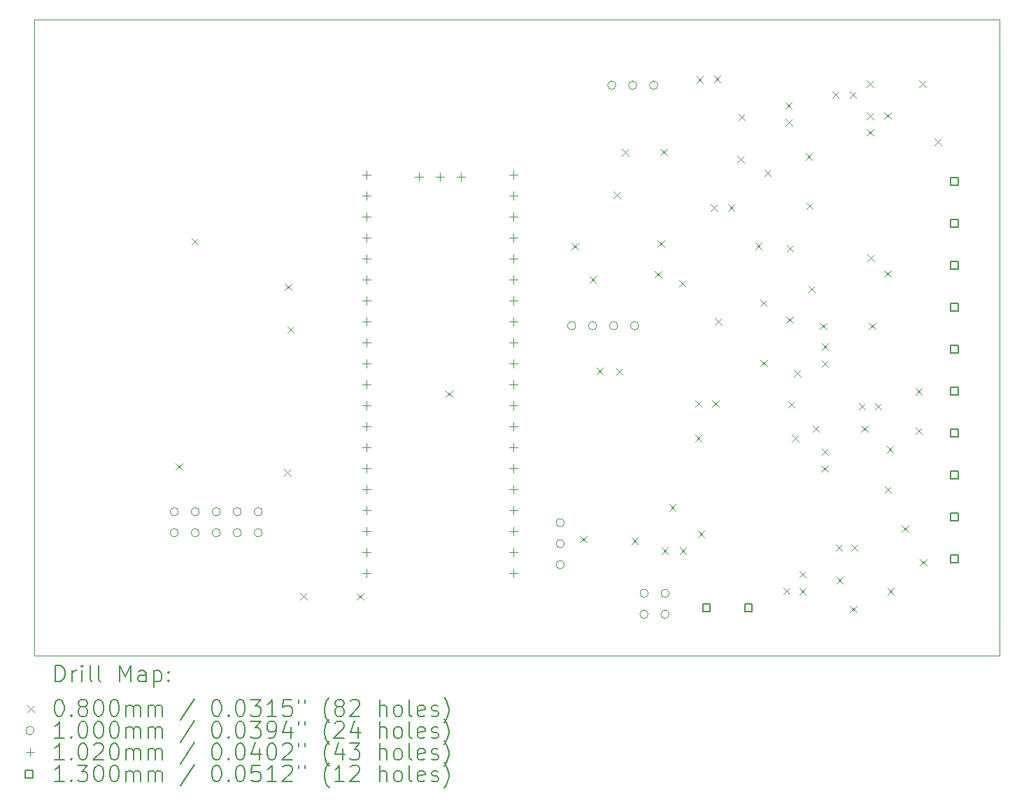
<source format=gbr>
%FSLAX45Y45*%
G04 Gerber Fmt 4.5, Leading zero omitted, Abs format (unit mm)*
G04 Created by KiCad (PCBNEW (6.0.6)) date 2024-03-22 15:25:51*
%MOMM*%
%LPD*%
G01*
G04 APERTURE LIST*
%TA.AperFunction,Profile*%
%ADD10C,0.100000*%
%TD*%
%ADD11C,0.200000*%
%ADD12C,0.080000*%
%ADD13C,0.100000*%
%ADD14C,0.102000*%
%ADD15C,0.130000*%
G04 APERTURE END LIST*
D10*
X17399000Y-3238500D02*
X5717540Y-3238500D01*
X5717540Y-3238500D02*
X5717540Y-10939780D01*
X5717540Y-10939780D02*
X17399000Y-10939780D01*
X17399000Y-10939780D02*
X17399000Y-3238500D01*
D11*
D12*
X7427600Y-8608700D02*
X7507600Y-8688700D01*
X7507600Y-8608700D02*
X7427600Y-8688700D01*
X7615560Y-5885820D02*
X7695560Y-5965820D01*
X7695560Y-5885820D02*
X7615560Y-5965820D01*
X8740780Y-8683960D02*
X8820780Y-8763960D01*
X8820780Y-8683960D02*
X8740780Y-8763960D01*
X8748400Y-6434460D02*
X8828400Y-6514460D01*
X8828400Y-6434460D02*
X8748400Y-6514460D01*
X8778880Y-6952620D02*
X8858880Y-7032620D01*
X8858880Y-6952620D02*
X8778880Y-7032620D01*
X8933820Y-10180960D02*
X9013820Y-10260960D01*
X9013820Y-10180960D02*
X8933820Y-10260960D01*
X9619620Y-10186040D02*
X9699620Y-10266040D01*
X9699620Y-10186040D02*
X9619620Y-10266040D01*
X10696580Y-7729860D02*
X10776580Y-7809860D01*
X10776580Y-7729860D02*
X10696580Y-7809860D01*
X12218040Y-5941700D02*
X12298040Y-6021700D01*
X12298040Y-5941700D02*
X12218040Y-6021700D01*
X12322180Y-9490080D02*
X12402180Y-9570080D01*
X12402180Y-9490080D02*
X12322180Y-9570080D01*
X12433940Y-6345560D02*
X12513940Y-6425560D01*
X12513940Y-6345560D02*
X12433940Y-6425560D01*
X12520300Y-7455540D02*
X12600300Y-7535540D01*
X12600300Y-7455540D02*
X12520300Y-7535540D01*
X12726040Y-5321940D02*
X12806040Y-5401940D01*
X12806040Y-5321940D02*
X12726040Y-5401940D01*
X12759060Y-7460620D02*
X12839060Y-7540620D01*
X12839060Y-7460620D02*
X12759060Y-7540620D01*
X12827640Y-4803780D02*
X12907640Y-4883780D01*
X12907640Y-4803780D02*
X12827640Y-4883780D01*
X12941940Y-9512940D02*
X13021940Y-9592940D01*
X13021940Y-9512940D02*
X12941940Y-9592940D01*
X13226420Y-6282060D02*
X13306420Y-6362060D01*
X13306420Y-6282060D02*
X13226420Y-6362060D01*
X13259440Y-5908680D02*
X13339440Y-5988680D01*
X13339440Y-5908680D02*
X13259440Y-5988680D01*
X13295000Y-4801240D02*
X13375000Y-4881240D01*
X13375000Y-4801240D02*
X13295000Y-4881240D01*
X13305550Y-9632320D02*
X13385550Y-9712320D01*
X13385550Y-9632320D02*
X13305550Y-9712320D01*
X13401680Y-9104000D02*
X13481680Y-9184000D01*
X13481680Y-9104000D02*
X13401680Y-9184000D01*
X13521060Y-6391280D02*
X13601060Y-6471280D01*
X13601060Y-6391280D02*
X13521060Y-6471280D01*
X13528680Y-9632320D02*
X13608680Y-9712320D01*
X13608680Y-9632320D02*
X13528680Y-9712320D01*
X13714100Y-8265800D02*
X13794100Y-8345800D01*
X13794100Y-8265800D02*
X13714100Y-8345800D01*
X13715910Y-7846700D02*
X13795910Y-7926700D01*
X13795910Y-7846700D02*
X13715910Y-7926700D01*
X13732270Y-3922400D02*
X13812270Y-4002400D01*
X13812270Y-3922400D02*
X13732270Y-4002400D01*
X13749660Y-9426580D02*
X13829660Y-9506580D01*
X13829660Y-9426580D02*
X13749660Y-9506580D01*
X13902450Y-5474340D02*
X13982450Y-5554340D01*
X13982450Y-5474340D02*
X13902450Y-5554340D01*
X13922380Y-7846700D02*
X14002380Y-7926700D01*
X14002380Y-7846700D02*
X13922380Y-7926700D01*
X13940160Y-3917320D02*
X14020160Y-3997320D01*
X14020160Y-3917320D02*
X13940160Y-3997320D01*
X13955400Y-6853560D02*
X14035400Y-6933560D01*
X14035400Y-6853560D02*
X13955400Y-6933560D01*
X14110340Y-5471800D02*
X14190340Y-5551800D01*
X14190340Y-5471800D02*
X14110340Y-5551800D01*
X14227180Y-4890140D02*
X14307180Y-4970140D01*
X14307180Y-4890140D02*
X14227180Y-4970140D01*
X14237340Y-4377060D02*
X14317340Y-4457060D01*
X14317340Y-4377060D02*
X14237340Y-4457060D01*
X14440540Y-5939160D02*
X14520540Y-6019160D01*
X14520540Y-5939160D02*
X14440540Y-6019160D01*
X14501500Y-6627500D02*
X14581500Y-6707500D01*
X14581500Y-6627500D02*
X14501500Y-6707500D01*
X14504040Y-7357420D02*
X14584040Y-7437420D01*
X14584040Y-7357420D02*
X14504040Y-7437420D01*
X14549760Y-5052700D02*
X14629760Y-5132700D01*
X14629760Y-5052700D02*
X14549760Y-5132700D01*
X14780900Y-10117460D02*
X14860900Y-10197460D01*
X14860900Y-10117460D02*
X14780900Y-10197460D01*
X14806300Y-4237360D02*
X14886300Y-4317360D01*
X14886300Y-4237360D02*
X14806300Y-4317360D01*
X14808840Y-4440560D02*
X14888840Y-4520560D01*
X14888840Y-4440560D02*
X14808840Y-4520560D01*
X14819000Y-6833240D02*
X14899000Y-6913240D01*
X14899000Y-6833240D02*
X14819000Y-6913240D01*
X14821540Y-5968700D02*
X14901540Y-6048700D01*
X14901540Y-5968700D02*
X14821540Y-6048700D01*
X14839320Y-7856860D02*
X14919320Y-7936860D01*
X14919320Y-7856860D02*
X14839320Y-7936860D01*
X14885040Y-8265800D02*
X14965040Y-8345800D01*
X14965040Y-8265800D02*
X14885040Y-8345800D01*
X14912980Y-7480940D02*
X14992980Y-7560940D01*
X14992980Y-7480940D02*
X14912980Y-7560940D01*
X14973940Y-9914260D02*
X15053940Y-9994260D01*
X15053940Y-9914260D02*
X14973940Y-9994260D01*
X14973940Y-10121760D02*
X15053940Y-10201760D01*
X15053940Y-10121760D02*
X14973940Y-10201760D01*
X15050140Y-4857120D02*
X15130140Y-4937120D01*
X15130140Y-4857120D02*
X15050140Y-4937120D01*
X15060300Y-5454020D02*
X15140300Y-5534020D01*
X15140300Y-5454020D02*
X15060300Y-5534020D01*
X15083940Y-6459860D02*
X15163940Y-6539860D01*
X15163940Y-6459860D02*
X15083940Y-6539860D01*
X15136500Y-8151500D02*
X15216500Y-8231500D01*
X15216500Y-8151500D02*
X15136500Y-8231500D01*
X15226060Y-6910380D02*
X15306060Y-6990380D01*
X15306060Y-6910380D02*
X15226060Y-6990380D01*
X15243180Y-8634100D02*
X15323180Y-8714100D01*
X15323180Y-8634100D02*
X15243180Y-8714100D01*
X15244780Y-7365040D02*
X15324780Y-7445040D01*
X15324780Y-7365040D02*
X15244780Y-7445040D01*
X15245120Y-8432030D02*
X15325120Y-8512030D01*
X15325120Y-8432030D02*
X15245120Y-8512030D01*
X15247320Y-7159690D02*
X15327320Y-7239690D01*
X15327320Y-7159690D02*
X15247320Y-7239690D01*
X15375260Y-4105280D02*
X15455260Y-4185280D01*
X15455260Y-4105280D02*
X15375260Y-4185280D01*
X15415510Y-9591680D02*
X15495510Y-9671680D01*
X15495510Y-9591680D02*
X15415510Y-9671680D01*
X15426060Y-9987920D02*
X15506060Y-10067920D01*
X15506060Y-9987920D02*
X15426060Y-10067920D01*
X15585300Y-4107820D02*
X15665300Y-4187820D01*
X15665300Y-4107820D02*
X15585300Y-4187820D01*
X15588620Y-10335900D02*
X15668620Y-10415900D01*
X15668620Y-10335900D02*
X15588620Y-10415900D01*
X15601320Y-9591680D02*
X15681320Y-9671680D01*
X15681320Y-9591680D02*
X15601320Y-9671680D01*
X15693420Y-7880660D02*
X15773420Y-7960660D01*
X15773420Y-7880660D02*
X15693420Y-7960660D01*
X15726120Y-8151500D02*
X15806120Y-8231500D01*
X15806120Y-8151500D02*
X15726120Y-8231500D01*
X15791820Y-3975740D02*
X15871820Y-4055740D01*
X15871820Y-3975740D02*
X15791820Y-4055740D01*
X15791820Y-4364750D02*
X15871820Y-4444750D01*
X15871820Y-4364750D02*
X15791820Y-4444750D01*
X15791820Y-4564750D02*
X15871820Y-4644750D01*
X15871820Y-4564750D02*
X15791820Y-4644750D01*
X15801980Y-6084880D02*
X15881980Y-6164880D01*
X15881980Y-6084880D02*
X15801980Y-6164880D01*
X15817220Y-6910380D02*
X15897220Y-6990380D01*
X15897220Y-6910380D02*
X15817220Y-6990380D01*
X15889940Y-7880660D02*
X15969940Y-7960660D01*
X15969940Y-7880660D02*
X15889940Y-7960660D01*
X16002640Y-4359280D02*
X16082640Y-4439280D01*
X16082640Y-4359280D02*
X16002640Y-4439280D01*
X16005180Y-6275100D02*
X16085180Y-6355100D01*
X16085180Y-6275100D02*
X16005180Y-6355100D01*
X16010260Y-8888100D02*
X16090260Y-8968100D01*
X16090260Y-8888100D02*
X16010260Y-8968100D01*
X16032520Y-8403700D02*
X16112520Y-8483700D01*
X16112520Y-8403700D02*
X16032520Y-8483700D01*
X16040740Y-10121600D02*
X16120740Y-10201600D01*
X16120740Y-10121600D02*
X16040740Y-10201600D01*
X16216000Y-9363080D02*
X16296000Y-9443080D01*
X16296000Y-9363080D02*
X16216000Y-9443080D01*
X16381100Y-7699380D02*
X16461100Y-7779380D01*
X16461100Y-7699380D02*
X16381100Y-7779380D01*
X16381100Y-8179440D02*
X16461100Y-8259440D01*
X16461100Y-8179440D02*
X16381100Y-8259440D01*
X16426820Y-3975740D02*
X16506820Y-4055740D01*
X16506820Y-3975740D02*
X16426820Y-4055740D01*
X16434440Y-9769480D02*
X16514440Y-9849480D01*
X16514440Y-9769480D02*
X16434440Y-9849480D01*
X16612240Y-4676780D02*
X16692240Y-4756780D01*
X16692240Y-4676780D02*
X16612240Y-4756780D01*
D13*
X7459180Y-9197340D02*
G75*
G03*
X7459180Y-9197340I-50000J0D01*
G01*
X7459180Y-9451340D02*
G75*
G03*
X7459180Y-9451340I-50000J0D01*
G01*
X7713180Y-9197340D02*
G75*
G03*
X7713180Y-9197340I-50000J0D01*
G01*
X7713180Y-9451340D02*
G75*
G03*
X7713180Y-9451340I-50000J0D01*
G01*
X7967180Y-9197340D02*
G75*
G03*
X7967180Y-9197340I-50000J0D01*
G01*
X7967180Y-9451340D02*
G75*
G03*
X7967180Y-9451340I-50000J0D01*
G01*
X8221180Y-9197340D02*
G75*
G03*
X8221180Y-9197340I-50000J0D01*
G01*
X8221180Y-9451340D02*
G75*
G03*
X8221180Y-9451340I-50000J0D01*
G01*
X8475180Y-9197340D02*
G75*
G03*
X8475180Y-9197340I-50000J0D01*
G01*
X8475180Y-9451340D02*
G75*
G03*
X8475180Y-9451340I-50000J0D01*
G01*
X12130240Y-9330920D02*
G75*
G03*
X12130240Y-9330920I-50000J0D01*
G01*
X12130240Y-9584920D02*
G75*
G03*
X12130240Y-9584920I-50000J0D01*
G01*
X12130240Y-9838920D02*
G75*
G03*
X12130240Y-9838920I-50000J0D01*
G01*
X12268400Y-6944360D02*
G75*
G03*
X12268400Y-6944360I-50000J0D01*
G01*
X12522400Y-6944360D02*
G75*
G03*
X12522400Y-6944360I-50000J0D01*
G01*
X12754040Y-4030980D02*
G75*
G03*
X12754040Y-4030980I-50000J0D01*
G01*
X12776400Y-6944360D02*
G75*
G03*
X12776400Y-6944360I-50000J0D01*
G01*
X13008040Y-4030980D02*
G75*
G03*
X13008040Y-4030980I-50000J0D01*
G01*
X13030400Y-6944360D02*
G75*
G03*
X13030400Y-6944360I-50000J0D01*
G01*
X13145740Y-10439400D02*
G75*
G03*
X13145740Y-10439400I-50000J0D01*
G01*
X13146240Y-10185400D02*
G75*
G03*
X13146240Y-10185400I-50000J0D01*
G01*
X13262040Y-4030980D02*
G75*
G03*
X13262040Y-4030980I-50000J0D01*
G01*
X13399740Y-10439400D02*
G75*
G03*
X13399740Y-10439400I-50000J0D01*
G01*
X13400240Y-10185400D02*
G75*
G03*
X13400240Y-10185400I-50000J0D01*
G01*
D14*
X9733280Y-5064560D02*
X9733280Y-5166560D01*
X9682280Y-5115560D02*
X9784280Y-5115560D01*
X9733280Y-5318560D02*
X9733280Y-5420560D01*
X9682280Y-5369560D02*
X9784280Y-5369560D01*
X9733280Y-5572560D02*
X9733280Y-5674560D01*
X9682280Y-5623560D02*
X9784280Y-5623560D01*
X9733280Y-5826560D02*
X9733280Y-5928560D01*
X9682280Y-5877560D02*
X9784280Y-5877560D01*
X9733280Y-6080560D02*
X9733280Y-6182560D01*
X9682280Y-6131560D02*
X9784280Y-6131560D01*
X9733280Y-6334560D02*
X9733280Y-6436560D01*
X9682280Y-6385560D02*
X9784280Y-6385560D01*
X9733280Y-6588560D02*
X9733280Y-6690560D01*
X9682280Y-6639560D02*
X9784280Y-6639560D01*
X9733280Y-6842560D02*
X9733280Y-6944560D01*
X9682280Y-6893560D02*
X9784280Y-6893560D01*
X9733280Y-7096560D02*
X9733280Y-7198560D01*
X9682280Y-7147560D02*
X9784280Y-7147560D01*
X9733280Y-7350560D02*
X9733280Y-7452560D01*
X9682280Y-7401560D02*
X9784280Y-7401560D01*
X9733280Y-7604560D02*
X9733280Y-7706560D01*
X9682280Y-7655560D02*
X9784280Y-7655560D01*
X9733280Y-7858560D02*
X9733280Y-7960560D01*
X9682280Y-7909560D02*
X9784280Y-7909560D01*
X9733280Y-8112560D02*
X9733280Y-8214560D01*
X9682280Y-8163560D02*
X9784280Y-8163560D01*
X9733280Y-8366560D02*
X9733280Y-8468560D01*
X9682280Y-8417560D02*
X9784280Y-8417560D01*
X9733280Y-8620560D02*
X9733280Y-8722560D01*
X9682280Y-8671560D02*
X9784280Y-8671560D01*
X9733280Y-8874560D02*
X9733280Y-8976560D01*
X9682280Y-8925560D02*
X9784280Y-8925560D01*
X9733280Y-9128560D02*
X9733280Y-9230560D01*
X9682280Y-9179560D02*
X9784280Y-9179560D01*
X9733280Y-9382560D02*
X9733280Y-9484560D01*
X9682280Y-9433560D02*
X9784280Y-9433560D01*
X9733280Y-9636560D02*
X9733280Y-9738560D01*
X9682280Y-9687560D02*
X9784280Y-9687560D01*
X9733280Y-9890560D02*
X9733280Y-9992560D01*
X9682280Y-9941560D02*
X9784280Y-9941560D01*
X10368280Y-5087560D02*
X10368280Y-5189560D01*
X10317280Y-5138560D02*
X10419280Y-5138560D01*
X10622280Y-5087560D02*
X10622280Y-5189560D01*
X10571280Y-5138560D02*
X10673280Y-5138560D01*
X10876280Y-5087560D02*
X10876280Y-5189560D01*
X10825280Y-5138560D02*
X10927280Y-5138560D01*
X11511280Y-5064560D02*
X11511280Y-5166560D01*
X11460280Y-5115560D02*
X11562280Y-5115560D01*
X11511280Y-5318560D02*
X11511280Y-5420560D01*
X11460280Y-5369560D02*
X11562280Y-5369560D01*
X11511280Y-5572560D02*
X11511280Y-5674560D01*
X11460280Y-5623560D02*
X11562280Y-5623560D01*
X11511280Y-5826560D02*
X11511280Y-5928560D01*
X11460280Y-5877560D02*
X11562280Y-5877560D01*
X11511280Y-6080560D02*
X11511280Y-6182560D01*
X11460280Y-6131560D02*
X11562280Y-6131560D01*
X11511280Y-6334560D02*
X11511280Y-6436560D01*
X11460280Y-6385560D02*
X11562280Y-6385560D01*
X11511280Y-6588560D02*
X11511280Y-6690560D01*
X11460280Y-6639560D02*
X11562280Y-6639560D01*
X11511280Y-6842560D02*
X11511280Y-6944560D01*
X11460280Y-6893560D02*
X11562280Y-6893560D01*
X11511280Y-7096560D02*
X11511280Y-7198560D01*
X11460280Y-7147560D02*
X11562280Y-7147560D01*
X11511280Y-7350560D02*
X11511280Y-7452560D01*
X11460280Y-7401560D02*
X11562280Y-7401560D01*
X11511280Y-7604560D02*
X11511280Y-7706560D01*
X11460280Y-7655560D02*
X11562280Y-7655560D01*
X11511280Y-7858560D02*
X11511280Y-7960560D01*
X11460280Y-7909560D02*
X11562280Y-7909560D01*
X11511280Y-8112560D02*
X11511280Y-8214560D01*
X11460280Y-8163560D02*
X11562280Y-8163560D01*
X11511280Y-8366560D02*
X11511280Y-8468560D01*
X11460280Y-8417560D02*
X11562280Y-8417560D01*
X11511280Y-8620560D02*
X11511280Y-8722560D01*
X11460280Y-8671560D02*
X11562280Y-8671560D01*
X11511280Y-8874560D02*
X11511280Y-8976560D01*
X11460280Y-8925560D02*
X11562280Y-8925560D01*
X11511280Y-9128560D02*
X11511280Y-9230560D01*
X11460280Y-9179560D02*
X11562280Y-9179560D01*
X11511280Y-9382560D02*
X11511280Y-9484560D01*
X11460280Y-9433560D02*
X11562280Y-9433560D01*
X11511280Y-9636560D02*
X11511280Y-9738560D01*
X11460280Y-9687560D02*
X11562280Y-9687560D01*
X11511280Y-9890560D02*
X11511280Y-9992560D01*
X11460280Y-9941560D02*
X11562280Y-9941560D01*
D15*
X13896762Y-10408862D02*
X13896762Y-10316938D01*
X13804838Y-10316938D01*
X13804838Y-10408862D01*
X13896762Y-10408862D01*
X14404762Y-10408862D02*
X14404762Y-10316938D01*
X14312838Y-10316938D01*
X14312838Y-10408862D01*
X14404762Y-10408862D01*
X16898962Y-5241962D02*
X16898962Y-5150038D01*
X16807038Y-5150038D01*
X16807038Y-5241962D01*
X16898962Y-5241962D01*
X16898962Y-5749962D02*
X16898962Y-5658038D01*
X16807038Y-5658038D01*
X16807038Y-5749962D01*
X16898962Y-5749962D01*
X16898962Y-6257962D02*
X16898962Y-6166038D01*
X16807038Y-6166038D01*
X16807038Y-6257962D01*
X16898962Y-6257962D01*
X16898962Y-6765962D02*
X16898962Y-6674038D01*
X16807038Y-6674038D01*
X16807038Y-6765962D01*
X16898962Y-6765962D01*
X16898962Y-7273962D02*
X16898962Y-7182038D01*
X16807038Y-7182038D01*
X16807038Y-7273962D01*
X16898962Y-7273962D01*
X16898962Y-7781962D02*
X16898962Y-7690038D01*
X16807038Y-7690038D01*
X16807038Y-7781962D01*
X16898962Y-7781962D01*
X16898962Y-8289962D02*
X16898962Y-8198038D01*
X16807038Y-8198038D01*
X16807038Y-8289962D01*
X16898962Y-8289962D01*
X16898962Y-8797962D02*
X16898962Y-8706038D01*
X16807038Y-8706038D01*
X16807038Y-8797962D01*
X16898962Y-8797962D01*
X16898962Y-9305962D02*
X16898962Y-9214038D01*
X16807038Y-9214038D01*
X16807038Y-9305962D01*
X16898962Y-9305962D01*
X16898962Y-9813962D02*
X16898962Y-9722038D01*
X16807038Y-9722038D01*
X16807038Y-9813962D01*
X16898962Y-9813962D01*
D11*
X5970159Y-11255256D02*
X5970159Y-11055256D01*
X6017778Y-11055256D01*
X6046349Y-11064780D01*
X6065397Y-11083828D01*
X6074921Y-11102875D01*
X6084445Y-11140970D01*
X6084445Y-11169542D01*
X6074921Y-11207637D01*
X6065397Y-11226685D01*
X6046349Y-11245732D01*
X6017778Y-11255256D01*
X5970159Y-11255256D01*
X6170159Y-11255256D02*
X6170159Y-11121923D01*
X6170159Y-11160018D02*
X6179683Y-11140970D01*
X6189207Y-11131447D01*
X6208254Y-11121923D01*
X6227302Y-11121923D01*
X6293968Y-11255256D02*
X6293968Y-11121923D01*
X6293968Y-11055256D02*
X6284445Y-11064780D01*
X6293968Y-11074304D01*
X6303492Y-11064780D01*
X6293968Y-11055256D01*
X6293968Y-11074304D01*
X6417778Y-11255256D02*
X6398730Y-11245732D01*
X6389207Y-11226685D01*
X6389207Y-11055256D01*
X6522540Y-11255256D02*
X6503492Y-11245732D01*
X6493968Y-11226685D01*
X6493968Y-11055256D01*
X6751111Y-11255256D02*
X6751111Y-11055256D01*
X6817778Y-11198113D01*
X6884445Y-11055256D01*
X6884445Y-11255256D01*
X7065397Y-11255256D02*
X7065397Y-11150494D01*
X7055873Y-11131447D01*
X7036826Y-11121923D01*
X6998730Y-11121923D01*
X6979683Y-11131447D01*
X7065397Y-11245732D02*
X7046349Y-11255256D01*
X6998730Y-11255256D01*
X6979683Y-11245732D01*
X6970159Y-11226685D01*
X6970159Y-11207637D01*
X6979683Y-11188589D01*
X6998730Y-11179066D01*
X7046349Y-11179066D01*
X7065397Y-11169542D01*
X7160635Y-11121923D02*
X7160635Y-11321923D01*
X7160635Y-11131447D02*
X7179683Y-11121923D01*
X7217778Y-11121923D01*
X7236826Y-11131447D01*
X7246349Y-11140970D01*
X7255873Y-11160018D01*
X7255873Y-11217161D01*
X7246349Y-11236208D01*
X7236826Y-11245732D01*
X7217778Y-11255256D01*
X7179683Y-11255256D01*
X7160635Y-11245732D01*
X7341588Y-11236208D02*
X7351111Y-11245732D01*
X7341588Y-11255256D01*
X7332064Y-11245732D01*
X7341588Y-11236208D01*
X7341588Y-11255256D01*
X7341588Y-11131447D02*
X7351111Y-11140970D01*
X7341588Y-11150494D01*
X7332064Y-11140970D01*
X7341588Y-11131447D01*
X7341588Y-11150494D01*
D12*
X5632540Y-11544780D02*
X5712540Y-11624780D01*
X5712540Y-11544780D02*
X5632540Y-11624780D01*
D11*
X6008254Y-11475256D02*
X6027302Y-11475256D01*
X6046349Y-11484780D01*
X6055873Y-11494304D01*
X6065397Y-11513351D01*
X6074921Y-11551447D01*
X6074921Y-11599066D01*
X6065397Y-11637161D01*
X6055873Y-11656208D01*
X6046349Y-11665732D01*
X6027302Y-11675256D01*
X6008254Y-11675256D01*
X5989207Y-11665732D01*
X5979683Y-11656208D01*
X5970159Y-11637161D01*
X5960635Y-11599066D01*
X5960635Y-11551447D01*
X5970159Y-11513351D01*
X5979683Y-11494304D01*
X5989207Y-11484780D01*
X6008254Y-11475256D01*
X6160635Y-11656208D02*
X6170159Y-11665732D01*
X6160635Y-11675256D01*
X6151111Y-11665732D01*
X6160635Y-11656208D01*
X6160635Y-11675256D01*
X6284445Y-11560970D02*
X6265397Y-11551447D01*
X6255873Y-11541923D01*
X6246349Y-11522875D01*
X6246349Y-11513351D01*
X6255873Y-11494304D01*
X6265397Y-11484780D01*
X6284445Y-11475256D01*
X6322540Y-11475256D01*
X6341588Y-11484780D01*
X6351111Y-11494304D01*
X6360635Y-11513351D01*
X6360635Y-11522875D01*
X6351111Y-11541923D01*
X6341588Y-11551447D01*
X6322540Y-11560970D01*
X6284445Y-11560970D01*
X6265397Y-11570494D01*
X6255873Y-11580018D01*
X6246349Y-11599066D01*
X6246349Y-11637161D01*
X6255873Y-11656208D01*
X6265397Y-11665732D01*
X6284445Y-11675256D01*
X6322540Y-11675256D01*
X6341588Y-11665732D01*
X6351111Y-11656208D01*
X6360635Y-11637161D01*
X6360635Y-11599066D01*
X6351111Y-11580018D01*
X6341588Y-11570494D01*
X6322540Y-11560970D01*
X6484445Y-11475256D02*
X6503492Y-11475256D01*
X6522540Y-11484780D01*
X6532064Y-11494304D01*
X6541588Y-11513351D01*
X6551111Y-11551447D01*
X6551111Y-11599066D01*
X6541588Y-11637161D01*
X6532064Y-11656208D01*
X6522540Y-11665732D01*
X6503492Y-11675256D01*
X6484445Y-11675256D01*
X6465397Y-11665732D01*
X6455873Y-11656208D01*
X6446349Y-11637161D01*
X6436826Y-11599066D01*
X6436826Y-11551447D01*
X6446349Y-11513351D01*
X6455873Y-11494304D01*
X6465397Y-11484780D01*
X6484445Y-11475256D01*
X6674921Y-11475256D02*
X6693968Y-11475256D01*
X6713016Y-11484780D01*
X6722540Y-11494304D01*
X6732064Y-11513351D01*
X6741588Y-11551447D01*
X6741588Y-11599066D01*
X6732064Y-11637161D01*
X6722540Y-11656208D01*
X6713016Y-11665732D01*
X6693968Y-11675256D01*
X6674921Y-11675256D01*
X6655873Y-11665732D01*
X6646349Y-11656208D01*
X6636826Y-11637161D01*
X6627302Y-11599066D01*
X6627302Y-11551447D01*
X6636826Y-11513351D01*
X6646349Y-11494304D01*
X6655873Y-11484780D01*
X6674921Y-11475256D01*
X6827302Y-11675256D02*
X6827302Y-11541923D01*
X6827302Y-11560970D02*
X6836826Y-11551447D01*
X6855873Y-11541923D01*
X6884445Y-11541923D01*
X6903492Y-11551447D01*
X6913016Y-11570494D01*
X6913016Y-11675256D01*
X6913016Y-11570494D02*
X6922540Y-11551447D01*
X6941588Y-11541923D01*
X6970159Y-11541923D01*
X6989207Y-11551447D01*
X6998730Y-11570494D01*
X6998730Y-11675256D01*
X7093968Y-11675256D02*
X7093968Y-11541923D01*
X7093968Y-11560970D02*
X7103492Y-11551447D01*
X7122540Y-11541923D01*
X7151111Y-11541923D01*
X7170159Y-11551447D01*
X7179683Y-11570494D01*
X7179683Y-11675256D01*
X7179683Y-11570494D02*
X7189207Y-11551447D01*
X7208254Y-11541923D01*
X7236826Y-11541923D01*
X7255873Y-11551447D01*
X7265397Y-11570494D01*
X7265397Y-11675256D01*
X7655873Y-11465732D02*
X7484445Y-11722875D01*
X7913016Y-11475256D02*
X7932064Y-11475256D01*
X7951111Y-11484780D01*
X7960635Y-11494304D01*
X7970159Y-11513351D01*
X7979683Y-11551447D01*
X7979683Y-11599066D01*
X7970159Y-11637161D01*
X7960635Y-11656208D01*
X7951111Y-11665732D01*
X7932064Y-11675256D01*
X7913016Y-11675256D01*
X7893968Y-11665732D01*
X7884445Y-11656208D01*
X7874921Y-11637161D01*
X7865397Y-11599066D01*
X7865397Y-11551447D01*
X7874921Y-11513351D01*
X7884445Y-11494304D01*
X7893968Y-11484780D01*
X7913016Y-11475256D01*
X8065397Y-11656208D02*
X8074921Y-11665732D01*
X8065397Y-11675256D01*
X8055873Y-11665732D01*
X8065397Y-11656208D01*
X8065397Y-11675256D01*
X8198730Y-11475256D02*
X8217778Y-11475256D01*
X8236826Y-11484780D01*
X8246349Y-11494304D01*
X8255873Y-11513351D01*
X8265397Y-11551447D01*
X8265397Y-11599066D01*
X8255873Y-11637161D01*
X8246349Y-11656208D01*
X8236826Y-11665732D01*
X8217778Y-11675256D01*
X8198730Y-11675256D01*
X8179683Y-11665732D01*
X8170159Y-11656208D01*
X8160635Y-11637161D01*
X8151111Y-11599066D01*
X8151111Y-11551447D01*
X8160635Y-11513351D01*
X8170159Y-11494304D01*
X8179683Y-11484780D01*
X8198730Y-11475256D01*
X8332064Y-11475256D02*
X8455873Y-11475256D01*
X8389207Y-11551447D01*
X8417778Y-11551447D01*
X8436826Y-11560970D01*
X8446350Y-11570494D01*
X8455873Y-11589542D01*
X8455873Y-11637161D01*
X8446350Y-11656208D01*
X8436826Y-11665732D01*
X8417778Y-11675256D01*
X8360635Y-11675256D01*
X8341588Y-11665732D01*
X8332064Y-11656208D01*
X8646350Y-11675256D02*
X8532064Y-11675256D01*
X8589207Y-11675256D02*
X8589207Y-11475256D01*
X8570159Y-11503828D01*
X8551111Y-11522875D01*
X8532064Y-11532399D01*
X8827302Y-11475256D02*
X8732064Y-11475256D01*
X8722540Y-11570494D01*
X8732064Y-11560970D01*
X8751111Y-11551447D01*
X8798730Y-11551447D01*
X8817778Y-11560970D01*
X8827302Y-11570494D01*
X8836826Y-11589542D01*
X8836826Y-11637161D01*
X8827302Y-11656208D01*
X8817778Y-11665732D01*
X8798730Y-11675256D01*
X8751111Y-11675256D01*
X8732064Y-11665732D01*
X8722540Y-11656208D01*
X8913016Y-11475256D02*
X8913016Y-11513351D01*
X8989207Y-11475256D02*
X8989207Y-11513351D01*
X9284445Y-11751447D02*
X9274921Y-11741923D01*
X9255873Y-11713351D01*
X9246350Y-11694304D01*
X9236826Y-11665732D01*
X9227302Y-11618113D01*
X9227302Y-11580018D01*
X9236826Y-11532399D01*
X9246350Y-11503828D01*
X9255873Y-11484780D01*
X9274921Y-11456208D01*
X9284445Y-11446685D01*
X9389207Y-11560970D02*
X9370159Y-11551447D01*
X9360635Y-11541923D01*
X9351111Y-11522875D01*
X9351111Y-11513351D01*
X9360635Y-11494304D01*
X9370159Y-11484780D01*
X9389207Y-11475256D01*
X9427302Y-11475256D01*
X9446350Y-11484780D01*
X9455873Y-11494304D01*
X9465397Y-11513351D01*
X9465397Y-11522875D01*
X9455873Y-11541923D01*
X9446350Y-11551447D01*
X9427302Y-11560970D01*
X9389207Y-11560970D01*
X9370159Y-11570494D01*
X9360635Y-11580018D01*
X9351111Y-11599066D01*
X9351111Y-11637161D01*
X9360635Y-11656208D01*
X9370159Y-11665732D01*
X9389207Y-11675256D01*
X9427302Y-11675256D01*
X9446350Y-11665732D01*
X9455873Y-11656208D01*
X9465397Y-11637161D01*
X9465397Y-11599066D01*
X9455873Y-11580018D01*
X9446350Y-11570494D01*
X9427302Y-11560970D01*
X9541588Y-11494304D02*
X9551111Y-11484780D01*
X9570159Y-11475256D01*
X9617778Y-11475256D01*
X9636826Y-11484780D01*
X9646350Y-11494304D01*
X9655873Y-11513351D01*
X9655873Y-11532399D01*
X9646350Y-11560970D01*
X9532064Y-11675256D01*
X9655873Y-11675256D01*
X9893969Y-11675256D02*
X9893969Y-11475256D01*
X9979683Y-11675256D02*
X9979683Y-11570494D01*
X9970159Y-11551447D01*
X9951111Y-11541923D01*
X9922540Y-11541923D01*
X9903492Y-11551447D01*
X9893969Y-11560970D01*
X10103492Y-11675256D02*
X10084445Y-11665732D01*
X10074921Y-11656208D01*
X10065397Y-11637161D01*
X10065397Y-11580018D01*
X10074921Y-11560970D01*
X10084445Y-11551447D01*
X10103492Y-11541923D01*
X10132064Y-11541923D01*
X10151111Y-11551447D01*
X10160635Y-11560970D01*
X10170159Y-11580018D01*
X10170159Y-11637161D01*
X10160635Y-11656208D01*
X10151111Y-11665732D01*
X10132064Y-11675256D01*
X10103492Y-11675256D01*
X10284445Y-11675256D02*
X10265397Y-11665732D01*
X10255873Y-11646685D01*
X10255873Y-11475256D01*
X10436826Y-11665732D02*
X10417778Y-11675256D01*
X10379683Y-11675256D01*
X10360635Y-11665732D01*
X10351111Y-11646685D01*
X10351111Y-11570494D01*
X10360635Y-11551447D01*
X10379683Y-11541923D01*
X10417778Y-11541923D01*
X10436826Y-11551447D01*
X10446350Y-11570494D01*
X10446350Y-11589542D01*
X10351111Y-11608589D01*
X10522540Y-11665732D02*
X10541588Y-11675256D01*
X10579683Y-11675256D01*
X10598730Y-11665732D01*
X10608254Y-11646685D01*
X10608254Y-11637161D01*
X10598730Y-11618113D01*
X10579683Y-11608589D01*
X10551111Y-11608589D01*
X10532064Y-11599066D01*
X10522540Y-11580018D01*
X10522540Y-11570494D01*
X10532064Y-11551447D01*
X10551111Y-11541923D01*
X10579683Y-11541923D01*
X10598730Y-11551447D01*
X10674921Y-11751447D02*
X10684445Y-11741923D01*
X10703492Y-11713351D01*
X10713016Y-11694304D01*
X10722540Y-11665732D01*
X10732064Y-11618113D01*
X10732064Y-11580018D01*
X10722540Y-11532399D01*
X10713016Y-11503828D01*
X10703492Y-11484780D01*
X10684445Y-11456208D01*
X10674921Y-11446685D01*
D13*
X5712540Y-11848780D02*
G75*
G03*
X5712540Y-11848780I-50000J0D01*
G01*
D11*
X6074921Y-11939256D02*
X5960635Y-11939256D01*
X6017778Y-11939256D02*
X6017778Y-11739256D01*
X5998730Y-11767828D01*
X5979683Y-11786875D01*
X5960635Y-11796399D01*
X6160635Y-11920208D02*
X6170159Y-11929732D01*
X6160635Y-11939256D01*
X6151111Y-11929732D01*
X6160635Y-11920208D01*
X6160635Y-11939256D01*
X6293968Y-11739256D02*
X6313016Y-11739256D01*
X6332064Y-11748780D01*
X6341588Y-11758304D01*
X6351111Y-11777351D01*
X6360635Y-11815447D01*
X6360635Y-11863066D01*
X6351111Y-11901161D01*
X6341588Y-11920208D01*
X6332064Y-11929732D01*
X6313016Y-11939256D01*
X6293968Y-11939256D01*
X6274921Y-11929732D01*
X6265397Y-11920208D01*
X6255873Y-11901161D01*
X6246349Y-11863066D01*
X6246349Y-11815447D01*
X6255873Y-11777351D01*
X6265397Y-11758304D01*
X6274921Y-11748780D01*
X6293968Y-11739256D01*
X6484445Y-11739256D02*
X6503492Y-11739256D01*
X6522540Y-11748780D01*
X6532064Y-11758304D01*
X6541588Y-11777351D01*
X6551111Y-11815447D01*
X6551111Y-11863066D01*
X6541588Y-11901161D01*
X6532064Y-11920208D01*
X6522540Y-11929732D01*
X6503492Y-11939256D01*
X6484445Y-11939256D01*
X6465397Y-11929732D01*
X6455873Y-11920208D01*
X6446349Y-11901161D01*
X6436826Y-11863066D01*
X6436826Y-11815447D01*
X6446349Y-11777351D01*
X6455873Y-11758304D01*
X6465397Y-11748780D01*
X6484445Y-11739256D01*
X6674921Y-11739256D02*
X6693968Y-11739256D01*
X6713016Y-11748780D01*
X6722540Y-11758304D01*
X6732064Y-11777351D01*
X6741588Y-11815447D01*
X6741588Y-11863066D01*
X6732064Y-11901161D01*
X6722540Y-11920208D01*
X6713016Y-11929732D01*
X6693968Y-11939256D01*
X6674921Y-11939256D01*
X6655873Y-11929732D01*
X6646349Y-11920208D01*
X6636826Y-11901161D01*
X6627302Y-11863066D01*
X6627302Y-11815447D01*
X6636826Y-11777351D01*
X6646349Y-11758304D01*
X6655873Y-11748780D01*
X6674921Y-11739256D01*
X6827302Y-11939256D02*
X6827302Y-11805923D01*
X6827302Y-11824970D02*
X6836826Y-11815447D01*
X6855873Y-11805923D01*
X6884445Y-11805923D01*
X6903492Y-11815447D01*
X6913016Y-11834494D01*
X6913016Y-11939256D01*
X6913016Y-11834494D02*
X6922540Y-11815447D01*
X6941588Y-11805923D01*
X6970159Y-11805923D01*
X6989207Y-11815447D01*
X6998730Y-11834494D01*
X6998730Y-11939256D01*
X7093968Y-11939256D02*
X7093968Y-11805923D01*
X7093968Y-11824970D02*
X7103492Y-11815447D01*
X7122540Y-11805923D01*
X7151111Y-11805923D01*
X7170159Y-11815447D01*
X7179683Y-11834494D01*
X7179683Y-11939256D01*
X7179683Y-11834494D02*
X7189207Y-11815447D01*
X7208254Y-11805923D01*
X7236826Y-11805923D01*
X7255873Y-11815447D01*
X7265397Y-11834494D01*
X7265397Y-11939256D01*
X7655873Y-11729732D02*
X7484445Y-11986875D01*
X7913016Y-11739256D02*
X7932064Y-11739256D01*
X7951111Y-11748780D01*
X7960635Y-11758304D01*
X7970159Y-11777351D01*
X7979683Y-11815447D01*
X7979683Y-11863066D01*
X7970159Y-11901161D01*
X7960635Y-11920208D01*
X7951111Y-11929732D01*
X7932064Y-11939256D01*
X7913016Y-11939256D01*
X7893968Y-11929732D01*
X7884445Y-11920208D01*
X7874921Y-11901161D01*
X7865397Y-11863066D01*
X7865397Y-11815447D01*
X7874921Y-11777351D01*
X7884445Y-11758304D01*
X7893968Y-11748780D01*
X7913016Y-11739256D01*
X8065397Y-11920208D02*
X8074921Y-11929732D01*
X8065397Y-11939256D01*
X8055873Y-11929732D01*
X8065397Y-11920208D01*
X8065397Y-11939256D01*
X8198730Y-11739256D02*
X8217778Y-11739256D01*
X8236826Y-11748780D01*
X8246349Y-11758304D01*
X8255873Y-11777351D01*
X8265397Y-11815447D01*
X8265397Y-11863066D01*
X8255873Y-11901161D01*
X8246349Y-11920208D01*
X8236826Y-11929732D01*
X8217778Y-11939256D01*
X8198730Y-11939256D01*
X8179683Y-11929732D01*
X8170159Y-11920208D01*
X8160635Y-11901161D01*
X8151111Y-11863066D01*
X8151111Y-11815447D01*
X8160635Y-11777351D01*
X8170159Y-11758304D01*
X8179683Y-11748780D01*
X8198730Y-11739256D01*
X8332064Y-11739256D02*
X8455873Y-11739256D01*
X8389207Y-11815447D01*
X8417778Y-11815447D01*
X8436826Y-11824970D01*
X8446350Y-11834494D01*
X8455873Y-11853542D01*
X8455873Y-11901161D01*
X8446350Y-11920208D01*
X8436826Y-11929732D01*
X8417778Y-11939256D01*
X8360635Y-11939256D01*
X8341588Y-11929732D01*
X8332064Y-11920208D01*
X8551111Y-11939256D02*
X8589207Y-11939256D01*
X8608254Y-11929732D01*
X8617778Y-11920208D01*
X8636826Y-11891637D01*
X8646350Y-11853542D01*
X8646350Y-11777351D01*
X8636826Y-11758304D01*
X8627302Y-11748780D01*
X8608254Y-11739256D01*
X8570159Y-11739256D01*
X8551111Y-11748780D01*
X8541588Y-11758304D01*
X8532064Y-11777351D01*
X8532064Y-11824970D01*
X8541588Y-11844018D01*
X8551111Y-11853542D01*
X8570159Y-11863066D01*
X8608254Y-11863066D01*
X8627302Y-11853542D01*
X8636826Y-11844018D01*
X8646350Y-11824970D01*
X8817778Y-11805923D02*
X8817778Y-11939256D01*
X8770159Y-11729732D02*
X8722540Y-11872589D01*
X8846350Y-11872589D01*
X8913016Y-11739256D02*
X8913016Y-11777351D01*
X8989207Y-11739256D02*
X8989207Y-11777351D01*
X9284445Y-12015447D02*
X9274921Y-12005923D01*
X9255873Y-11977351D01*
X9246350Y-11958304D01*
X9236826Y-11929732D01*
X9227302Y-11882113D01*
X9227302Y-11844018D01*
X9236826Y-11796399D01*
X9246350Y-11767828D01*
X9255873Y-11748780D01*
X9274921Y-11720208D01*
X9284445Y-11710685D01*
X9351111Y-11758304D02*
X9360635Y-11748780D01*
X9379683Y-11739256D01*
X9427302Y-11739256D01*
X9446350Y-11748780D01*
X9455873Y-11758304D01*
X9465397Y-11777351D01*
X9465397Y-11796399D01*
X9455873Y-11824970D01*
X9341588Y-11939256D01*
X9465397Y-11939256D01*
X9636826Y-11805923D02*
X9636826Y-11939256D01*
X9589207Y-11729732D02*
X9541588Y-11872589D01*
X9665397Y-11872589D01*
X9893969Y-11939256D02*
X9893969Y-11739256D01*
X9979683Y-11939256D02*
X9979683Y-11834494D01*
X9970159Y-11815447D01*
X9951111Y-11805923D01*
X9922540Y-11805923D01*
X9903492Y-11815447D01*
X9893969Y-11824970D01*
X10103492Y-11939256D02*
X10084445Y-11929732D01*
X10074921Y-11920208D01*
X10065397Y-11901161D01*
X10065397Y-11844018D01*
X10074921Y-11824970D01*
X10084445Y-11815447D01*
X10103492Y-11805923D01*
X10132064Y-11805923D01*
X10151111Y-11815447D01*
X10160635Y-11824970D01*
X10170159Y-11844018D01*
X10170159Y-11901161D01*
X10160635Y-11920208D01*
X10151111Y-11929732D01*
X10132064Y-11939256D01*
X10103492Y-11939256D01*
X10284445Y-11939256D02*
X10265397Y-11929732D01*
X10255873Y-11910685D01*
X10255873Y-11739256D01*
X10436826Y-11929732D02*
X10417778Y-11939256D01*
X10379683Y-11939256D01*
X10360635Y-11929732D01*
X10351111Y-11910685D01*
X10351111Y-11834494D01*
X10360635Y-11815447D01*
X10379683Y-11805923D01*
X10417778Y-11805923D01*
X10436826Y-11815447D01*
X10446350Y-11834494D01*
X10446350Y-11853542D01*
X10351111Y-11872589D01*
X10522540Y-11929732D02*
X10541588Y-11939256D01*
X10579683Y-11939256D01*
X10598730Y-11929732D01*
X10608254Y-11910685D01*
X10608254Y-11901161D01*
X10598730Y-11882113D01*
X10579683Y-11872589D01*
X10551111Y-11872589D01*
X10532064Y-11863066D01*
X10522540Y-11844018D01*
X10522540Y-11834494D01*
X10532064Y-11815447D01*
X10551111Y-11805923D01*
X10579683Y-11805923D01*
X10598730Y-11815447D01*
X10674921Y-12015447D02*
X10684445Y-12005923D01*
X10703492Y-11977351D01*
X10713016Y-11958304D01*
X10722540Y-11929732D01*
X10732064Y-11882113D01*
X10732064Y-11844018D01*
X10722540Y-11796399D01*
X10713016Y-11767828D01*
X10703492Y-11748780D01*
X10684445Y-11720208D01*
X10674921Y-11710685D01*
D14*
X5661540Y-12061780D02*
X5661540Y-12163780D01*
X5610540Y-12112780D02*
X5712540Y-12112780D01*
D11*
X6074921Y-12203256D02*
X5960635Y-12203256D01*
X6017778Y-12203256D02*
X6017778Y-12003256D01*
X5998730Y-12031828D01*
X5979683Y-12050875D01*
X5960635Y-12060399D01*
X6160635Y-12184208D02*
X6170159Y-12193732D01*
X6160635Y-12203256D01*
X6151111Y-12193732D01*
X6160635Y-12184208D01*
X6160635Y-12203256D01*
X6293968Y-12003256D02*
X6313016Y-12003256D01*
X6332064Y-12012780D01*
X6341588Y-12022304D01*
X6351111Y-12041351D01*
X6360635Y-12079447D01*
X6360635Y-12127066D01*
X6351111Y-12165161D01*
X6341588Y-12184208D01*
X6332064Y-12193732D01*
X6313016Y-12203256D01*
X6293968Y-12203256D01*
X6274921Y-12193732D01*
X6265397Y-12184208D01*
X6255873Y-12165161D01*
X6246349Y-12127066D01*
X6246349Y-12079447D01*
X6255873Y-12041351D01*
X6265397Y-12022304D01*
X6274921Y-12012780D01*
X6293968Y-12003256D01*
X6436826Y-12022304D02*
X6446349Y-12012780D01*
X6465397Y-12003256D01*
X6513016Y-12003256D01*
X6532064Y-12012780D01*
X6541588Y-12022304D01*
X6551111Y-12041351D01*
X6551111Y-12060399D01*
X6541588Y-12088970D01*
X6427302Y-12203256D01*
X6551111Y-12203256D01*
X6674921Y-12003256D02*
X6693968Y-12003256D01*
X6713016Y-12012780D01*
X6722540Y-12022304D01*
X6732064Y-12041351D01*
X6741588Y-12079447D01*
X6741588Y-12127066D01*
X6732064Y-12165161D01*
X6722540Y-12184208D01*
X6713016Y-12193732D01*
X6693968Y-12203256D01*
X6674921Y-12203256D01*
X6655873Y-12193732D01*
X6646349Y-12184208D01*
X6636826Y-12165161D01*
X6627302Y-12127066D01*
X6627302Y-12079447D01*
X6636826Y-12041351D01*
X6646349Y-12022304D01*
X6655873Y-12012780D01*
X6674921Y-12003256D01*
X6827302Y-12203256D02*
X6827302Y-12069923D01*
X6827302Y-12088970D02*
X6836826Y-12079447D01*
X6855873Y-12069923D01*
X6884445Y-12069923D01*
X6903492Y-12079447D01*
X6913016Y-12098494D01*
X6913016Y-12203256D01*
X6913016Y-12098494D02*
X6922540Y-12079447D01*
X6941588Y-12069923D01*
X6970159Y-12069923D01*
X6989207Y-12079447D01*
X6998730Y-12098494D01*
X6998730Y-12203256D01*
X7093968Y-12203256D02*
X7093968Y-12069923D01*
X7093968Y-12088970D02*
X7103492Y-12079447D01*
X7122540Y-12069923D01*
X7151111Y-12069923D01*
X7170159Y-12079447D01*
X7179683Y-12098494D01*
X7179683Y-12203256D01*
X7179683Y-12098494D02*
X7189207Y-12079447D01*
X7208254Y-12069923D01*
X7236826Y-12069923D01*
X7255873Y-12079447D01*
X7265397Y-12098494D01*
X7265397Y-12203256D01*
X7655873Y-11993732D02*
X7484445Y-12250875D01*
X7913016Y-12003256D02*
X7932064Y-12003256D01*
X7951111Y-12012780D01*
X7960635Y-12022304D01*
X7970159Y-12041351D01*
X7979683Y-12079447D01*
X7979683Y-12127066D01*
X7970159Y-12165161D01*
X7960635Y-12184208D01*
X7951111Y-12193732D01*
X7932064Y-12203256D01*
X7913016Y-12203256D01*
X7893968Y-12193732D01*
X7884445Y-12184208D01*
X7874921Y-12165161D01*
X7865397Y-12127066D01*
X7865397Y-12079447D01*
X7874921Y-12041351D01*
X7884445Y-12022304D01*
X7893968Y-12012780D01*
X7913016Y-12003256D01*
X8065397Y-12184208D02*
X8074921Y-12193732D01*
X8065397Y-12203256D01*
X8055873Y-12193732D01*
X8065397Y-12184208D01*
X8065397Y-12203256D01*
X8198730Y-12003256D02*
X8217778Y-12003256D01*
X8236826Y-12012780D01*
X8246349Y-12022304D01*
X8255873Y-12041351D01*
X8265397Y-12079447D01*
X8265397Y-12127066D01*
X8255873Y-12165161D01*
X8246349Y-12184208D01*
X8236826Y-12193732D01*
X8217778Y-12203256D01*
X8198730Y-12203256D01*
X8179683Y-12193732D01*
X8170159Y-12184208D01*
X8160635Y-12165161D01*
X8151111Y-12127066D01*
X8151111Y-12079447D01*
X8160635Y-12041351D01*
X8170159Y-12022304D01*
X8179683Y-12012780D01*
X8198730Y-12003256D01*
X8436826Y-12069923D02*
X8436826Y-12203256D01*
X8389207Y-11993732D02*
X8341588Y-12136589D01*
X8465397Y-12136589D01*
X8579683Y-12003256D02*
X8598730Y-12003256D01*
X8617778Y-12012780D01*
X8627302Y-12022304D01*
X8636826Y-12041351D01*
X8646350Y-12079447D01*
X8646350Y-12127066D01*
X8636826Y-12165161D01*
X8627302Y-12184208D01*
X8617778Y-12193732D01*
X8598730Y-12203256D01*
X8579683Y-12203256D01*
X8560635Y-12193732D01*
X8551111Y-12184208D01*
X8541588Y-12165161D01*
X8532064Y-12127066D01*
X8532064Y-12079447D01*
X8541588Y-12041351D01*
X8551111Y-12022304D01*
X8560635Y-12012780D01*
X8579683Y-12003256D01*
X8722540Y-12022304D02*
X8732064Y-12012780D01*
X8751111Y-12003256D01*
X8798730Y-12003256D01*
X8817778Y-12012780D01*
X8827302Y-12022304D01*
X8836826Y-12041351D01*
X8836826Y-12060399D01*
X8827302Y-12088970D01*
X8713016Y-12203256D01*
X8836826Y-12203256D01*
X8913016Y-12003256D02*
X8913016Y-12041351D01*
X8989207Y-12003256D02*
X8989207Y-12041351D01*
X9284445Y-12279447D02*
X9274921Y-12269923D01*
X9255873Y-12241351D01*
X9246350Y-12222304D01*
X9236826Y-12193732D01*
X9227302Y-12146113D01*
X9227302Y-12108018D01*
X9236826Y-12060399D01*
X9246350Y-12031828D01*
X9255873Y-12012780D01*
X9274921Y-11984208D01*
X9284445Y-11974685D01*
X9446350Y-12069923D02*
X9446350Y-12203256D01*
X9398730Y-11993732D02*
X9351111Y-12136589D01*
X9474921Y-12136589D01*
X9532064Y-12003256D02*
X9655873Y-12003256D01*
X9589207Y-12079447D01*
X9617778Y-12079447D01*
X9636826Y-12088970D01*
X9646350Y-12098494D01*
X9655873Y-12117542D01*
X9655873Y-12165161D01*
X9646350Y-12184208D01*
X9636826Y-12193732D01*
X9617778Y-12203256D01*
X9560635Y-12203256D01*
X9541588Y-12193732D01*
X9532064Y-12184208D01*
X9893969Y-12203256D02*
X9893969Y-12003256D01*
X9979683Y-12203256D02*
X9979683Y-12098494D01*
X9970159Y-12079447D01*
X9951111Y-12069923D01*
X9922540Y-12069923D01*
X9903492Y-12079447D01*
X9893969Y-12088970D01*
X10103492Y-12203256D02*
X10084445Y-12193732D01*
X10074921Y-12184208D01*
X10065397Y-12165161D01*
X10065397Y-12108018D01*
X10074921Y-12088970D01*
X10084445Y-12079447D01*
X10103492Y-12069923D01*
X10132064Y-12069923D01*
X10151111Y-12079447D01*
X10160635Y-12088970D01*
X10170159Y-12108018D01*
X10170159Y-12165161D01*
X10160635Y-12184208D01*
X10151111Y-12193732D01*
X10132064Y-12203256D01*
X10103492Y-12203256D01*
X10284445Y-12203256D02*
X10265397Y-12193732D01*
X10255873Y-12174685D01*
X10255873Y-12003256D01*
X10436826Y-12193732D02*
X10417778Y-12203256D01*
X10379683Y-12203256D01*
X10360635Y-12193732D01*
X10351111Y-12174685D01*
X10351111Y-12098494D01*
X10360635Y-12079447D01*
X10379683Y-12069923D01*
X10417778Y-12069923D01*
X10436826Y-12079447D01*
X10446350Y-12098494D01*
X10446350Y-12117542D01*
X10351111Y-12136589D01*
X10522540Y-12193732D02*
X10541588Y-12203256D01*
X10579683Y-12203256D01*
X10598730Y-12193732D01*
X10608254Y-12174685D01*
X10608254Y-12165161D01*
X10598730Y-12146113D01*
X10579683Y-12136589D01*
X10551111Y-12136589D01*
X10532064Y-12127066D01*
X10522540Y-12108018D01*
X10522540Y-12098494D01*
X10532064Y-12079447D01*
X10551111Y-12069923D01*
X10579683Y-12069923D01*
X10598730Y-12079447D01*
X10674921Y-12279447D02*
X10684445Y-12269923D01*
X10703492Y-12241351D01*
X10713016Y-12222304D01*
X10722540Y-12193732D01*
X10732064Y-12146113D01*
X10732064Y-12108018D01*
X10722540Y-12060399D01*
X10713016Y-12031828D01*
X10703492Y-12012780D01*
X10684445Y-11984208D01*
X10674921Y-11974685D01*
D15*
X5693502Y-12422742D02*
X5693502Y-12330818D01*
X5601578Y-12330818D01*
X5601578Y-12422742D01*
X5693502Y-12422742D01*
D11*
X6074921Y-12467256D02*
X5960635Y-12467256D01*
X6017778Y-12467256D02*
X6017778Y-12267256D01*
X5998730Y-12295828D01*
X5979683Y-12314875D01*
X5960635Y-12324399D01*
X6160635Y-12448208D02*
X6170159Y-12457732D01*
X6160635Y-12467256D01*
X6151111Y-12457732D01*
X6160635Y-12448208D01*
X6160635Y-12467256D01*
X6236826Y-12267256D02*
X6360635Y-12267256D01*
X6293968Y-12343447D01*
X6322540Y-12343447D01*
X6341588Y-12352970D01*
X6351111Y-12362494D01*
X6360635Y-12381542D01*
X6360635Y-12429161D01*
X6351111Y-12448208D01*
X6341588Y-12457732D01*
X6322540Y-12467256D01*
X6265397Y-12467256D01*
X6246349Y-12457732D01*
X6236826Y-12448208D01*
X6484445Y-12267256D02*
X6503492Y-12267256D01*
X6522540Y-12276780D01*
X6532064Y-12286304D01*
X6541588Y-12305351D01*
X6551111Y-12343447D01*
X6551111Y-12391066D01*
X6541588Y-12429161D01*
X6532064Y-12448208D01*
X6522540Y-12457732D01*
X6503492Y-12467256D01*
X6484445Y-12467256D01*
X6465397Y-12457732D01*
X6455873Y-12448208D01*
X6446349Y-12429161D01*
X6436826Y-12391066D01*
X6436826Y-12343447D01*
X6446349Y-12305351D01*
X6455873Y-12286304D01*
X6465397Y-12276780D01*
X6484445Y-12267256D01*
X6674921Y-12267256D02*
X6693968Y-12267256D01*
X6713016Y-12276780D01*
X6722540Y-12286304D01*
X6732064Y-12305351D01*
X6741588Y-12343447D01*
X6741588Y-12391066D01*
X6732064Y-12429161D01*
X6722540Y-12448208D01*
X6713016Y-12457732D01*
X6693968Y-12467256D01*
X6674921Y-12467256D01*
X6655873Y-12457732D01*
X6646349Y-12448208D01*
X6636826Y-12429161D01*
X6627302Y-12391066D01*
X6627302Y-12343447D01*
X6636826Y-12305351D01*
X6646349Y-12286304D01*
X6655873Y-12276780D01*
X6674921Y-12267256D01*
X6827302Y-12467256D02*
X6827302Y-12333923D01*
X6827302Y-12352970D02*
X6836826Y-12343447D01*
X6855873Y-12333923D01*
X6884445Y-12333923D01*
X6903492Y-12343447D01*
X6913016Y-12362494D01*
X6913016Y-12467256D01*
X6913016Y-12362494D02*
X6922540Y-12343447D01*
X6941588Y-12333923D01*
X6970159Y-12333923D01*
X6989207Y-12343447D01*
X6998730Y-12362494D01*
X6998730Y-12467256D01*
X7093968Y-12467256D02*
X7093968Y-12333923D01*
X7093968Y-12352970D02*
X7103492Y-12343447D01*
X7122540Y-12333923D01*
X7151111Y-12333923D01*
X7170159Y-12343447D01*
X7179683Y-12362494D01*
X7179683Y-12467256D01*
X7179683Y-12362494D02*
X7189207Y-12343447D01*
X7208254Y-12333923D01*
X7236826Y-12333923D01*
X7255873Y-12343447D01*
X7265397Y-12362494D01*
X7265397Y-12467256D01*
X7655873Y-12257732D02*
X7484445Y-12514875D01*
X7913016Y-12267256D02*
X7932064Y-12267256D01*
X7951111Y-12276780D01*
X7960635Y-12286304D01*
X7970159Y-12305351D01*
X7979683Y-12343447D01*
X7979683Y-12391066D01*
X7970159Y-12429161D01*
X7960635Y-12448208D01*
X7951111Y-12457732D01*
X7932064Y-12467256D01*
X7913016Y-12467256D01*
X7893968Y-12457732D01*
X7884445Y-12448208D01*
X7874921Y-12429161D01*
X7865397Y-12391066D01*
X7865397Y-12343447D01*
X7874921Y-12305351D01*
X7884445Y-12286304D01*
X7893968Y-12276780D01*
X7913016Y-12267256D01*
X8065397Y-12448208D02*
X8074921Y-12457732D01*
X8065397Y-12467256D01*
X8055873Y-12457732D01*
X8065397Y-12448208D01*
X8065397Y-12467256D01*
X8198730Y-12267256D02*
X8217778Y-12267256D01*
X8236826Y-12276780D01*
X8246349Y-12286304D01*
X8255873Y-12305351D01*
X8265397Y-12343447D01*
X8265397Y-12391066D01*
X8255873Y-12429161D01*
X8246349Y-12448208D01*
X8236826Y-12457732D01*
X8217778Y-12467256D01*
X8198730Y-12467256D01*
X8179683Y-12457732D01*
X8170159Y-12448208D01*
X8160635Y-12429161D01*
X8151111Y-12391066D01*
X8151111Y-12343447D01*
X8160635Y-12305351D01*
X8170159Y-12286304D01*
X8179683Y-12276780D01*
X8198730Y-12267256D01*
X8446350Y-12267256D02*
X8351111Y-12267256D01*
X8341588Y-12362494D01*
X8351111Y-12352970D01*
X8370159Y-12343447D01*
X8417778Y-12343447D01*
X8436826Y-12352970D01*
X8446350Y-12362494D01*
X8455873Y-12381542D01*
X8455873Y-12429161D01*
X8446350Y-12448208D01*
X8436826Y-12457732D01*
X8417778Y-12467256D01*
X8370159Y-12467256D01*
X8351111Y-12457732D01*
X8341588Y-12448208D01*
X8646350Y-12467256D02*
X8532064Y-12467256D01*
X8589207Y-12467256D02*
X8589207Y-12267256D01*
X8570159Y-12295828D01*
X8551111Y-12314875D01*
X8532064Y-12324399D01*
X8722540Y-12286304D02*
X8732064Y-12276780D01*
X8751111Y-12267256D01*
X8798730Y-12267256D01*
X8817778Y-12276780D01*
X8827302Y-12286304D01*
X8836826Y-12305351D01*
X8836826Y-12324399D01*
X8827302Y-12352970D01*
X8713016Y-12467256D01*
X8836826Y-12467256D01*
X8913016Y-12267256D02*
X8913016Y-12305351D01*
X8989207Y-12267256D02*
X8989207Y-12305351D01*
X9284445Y-12543447D02*
X9274921Y-12533923D01*
X9255873Y-12505351D01*
X9246350Y-12486304D01*
X9236826Y-12457732D01*
X9227302Y-12410113D01*
X9227302Y-12372018D01*
X9236826Y-12324399D01*
X9246350Y-12295828D01*
X9255873Y-12276780D01*
X9274921Y-12248208D01*
X9284445Y-12238685D01*
X9465397Y-12467256D02*
X9351111Y-12467256D01*
X9408254Y-12467256D02*
X9408254Y-12267256D01*
X9389207Y-12295828D01*
X9370159Y-12314875D01*
X9351111Y-12324399D01*
X9541588Y-12286304D02*
X9551111Y-12276780D01*
X9570159Y-12267256D01*
X9617778Y-12267256D01*
X9636826Y-12276780D01*
X9646350Y-12286304D01*
X9655873Y-12305351D01*
X9655873Y-12324399D01*
X9646350Y-12352970D01*
X9532064Y-12467256D01*
X9655873Y-12467256D01*
X9893969Y-12467256D02*
X9893969Y-12267256D01*
X9979683Y-12467256D02*
X9979683Y-12362494D01*
X9970159Y-12343447D01*
X9951111Y-12333923D01*
X9922540Y-12333923D01*
X9903492Y-12343447D01*
X9893969Y-12352970D01*
X10103492Y-12467256D02*
X10084445Y-12457732D01*
X10074921Y-12448208D01*
X10065397Y-12429161D01*
X10065397Y-12372018D01*
X10074921Y-12352970D01*
X10084445Y-12343447D01*
X10103492Y-12333923D01*
X10132064Y-12333923D01*
X10151111Y-12343447D01*
X10160635Y-12352970D01*
X10170159Y-12372018D01*
X10170159Y-12429161D01*
X10160635Y-12448208D01*
X10151111Y-12457732D01*
X10132064Y-12467256D01*
X10103492Y-12467256D01*
X10284445Y-12467256D02*
X10265397Y-12457732D01*
X10255873Y-12438685D01*
X10255873Y-12267256D01*
X10436826Y-12457732D02*
X10417778Y-12467256D01*
X10379683Y-12467256D01*
X10360635Y-12457732D01*
X10351111Y-12438685D01*
X10351111Y-12362494D01*
X10360635Y-12343447D01*
X10379683Y-12333923D01*
X10417778Y-12333923D01*
X10436826Y-12343447D01*
X10446350Y-12362494D01*
X10446350Y-12381542D01*
X10351111Y-12400589D01*
X10522540Y-12457732D02*
X10541588Y-12467256D01*
X10579683Y-12467256D01*
X10598730Y-12457732D01*
X10608254Y-12438685D01*
X10608254Y-12429161D01*
X10598730Y-12410113D01*
X10579683Y-12400589D01*
X10551111Y-12400589D01*
X10532064Y-12391066D01*
X10522540Y-12372018D01*
X10522540Y-12362494D01*
X10532064Y-12343447D01*
X10551111Y-12333923D01*
X10579683Y-12333923D01*
X10598730Y-12343447D01*
X10674921Y-12543447D02*
X10684445Y-12533923D01*
X10703492Y-12505351D01*
X10713016Y-12486304D01*
X10722540Y-12457732D01*
X10732064Y-12410113D01*
X10732064Y-12372018D01*
X10722540Y-12324399D01*
X10713016Y-12295828D01*
X10703492Y-12276780D01*
X10684445Y-12248208D01*
X10674921Y-12238685D01*
M02*

</source>
